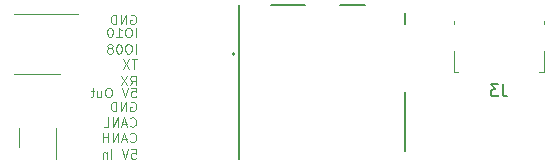
<source format=gbr>
%TF.GenerationSoftware,KiCad,Pcbnew,7.0.8*%
%TF.CreationDate,2023-12-27T11:07:12+01:00*%
%TF.ProjectId,Frost-ESP32,46726f73-742d-4455-9350-33322e6b6963,rev?*%
%TF.SameCoordinates,Original*%
%TF.FileFunction,Legend,Bot*%
%TF.FilePolarity,Positive*%
%FSLAX46Y46*%
G04 Gerber Fmt 4.6, Leading zero omitted, Abs format (unit mm)*
G04 Created by KiCad (PCBNEW 7.0.8) date 2023-12-27 11:07:12*
%MOMM*%
%LPD*%
G01*
G04 APERTURE LIST*
%ADD10C,0.100000*%
%ADD11C,0.150000*%
%ADD12C,0.127000*%
%ADD13C,0.200000*%
%ADD14C,0.120000*%
G04 APERTURE END LIST*
D10*
X107862782Y-109496895D02*
X108243734Y-109496895D01*
X108243734Y-109496895D02*
X108281830Y-109877847D01*
X108281830Y-109877847D02*
X108243734Y-109839752D01*
X108243734Y-109839752D02*
X108167544Y-109801657D01*
X108167544Y-109801657D02*
X107977068Y-109801657D01*
X107977068Y-109801657D02*
X107900877Y-109839752D01*
X107900877Y-109839752D02*
X107862782Y-109877847D01*
X107862782Y-109877847D02*
X107824687Y-109954038D01*
X107824687Y-109954038D02*
X107824687Y-110144514D01*
X107824687Y-110144514D02*
X107862782Y-110220704D01*
X107862782Y-110220704D02*
X107900877Y-110258800D01*
X107900877Y-110258800D02*
X107977068Y-110296895D01*
X107977068Y-110296895D02*
X108167544Y-110296895D01*
X108167544Y-110296895D02*
X108243734Y-110258800D01*
X108243734Y-110258800D02*
X108281830Y-110220704D01*
X107596115Y-109496895D02*
X107329448Y-110296895D01*
X107329448Y-110296895D02*
X107062782Y-109496895D01*
X106186591Y-110296895D02*
X106186591Y-109496895D01*
X105805639Y-109763561D02*
X105805639Y-110296895D01*
X105805639Y-109839752D02*
X105767544Y-109801657D01*
X105767544Y-109801657D02*
X105691354Y-109763561D01*
X105691354Y-109763561D02*
X105577068Y-109763561D01*
X105577068Y-109763561D02*
X105500877Y-109801657D01*
X105500877Y-109801657D02*
X105462782Y-109877847D01*
X105462782Y-109877847D02*
X105462782Y-110296895D01*
X107786591Y-108820704D02*
X107824687Y-108858800D01*
X107824687Y-108858800D02*
X107938972Y-108896895D01*
X107938972Y-108896895D02*
X108015163Y-108896895D01*
X108015163Y-108896895D02*
X108129449Y-108858800D01*
X108129449Y-108858800D02*
X108205639Y-108782609D01*
X108205639Y-108782609D02*
X108243734Y-108706419D01*
X108243734Y-108706419D02*
X108281830Y-108554038D01*
X108281830Y-108554038D02*
X108281830Y-108439752D01*
X108281830Y-108439752D02*
X108243734Y-108287371D01*
X108243734Y-108287371D02*
X108205639Y-108211180D01*
X108205639Y-108211180D02*
X108129449Y-108134990D01*
X108129449Y-108134990D02*
X108015163Y-108096895D01*
X108015163Y-108096895D02*
X107938972Y-108096895D01*
X107938972Y-108096895D02*
X107824687Y-108134990D01*
X107824687Y-108134990D02*
X107786591Y-108173085D01*
X107481830Y-108668323D02*
X107100877Y-108668323D01*
X107558020Y-108896895D02*
X107291353Y-108096895D01*
X107291353Y-108096895D02*
X107024687Y-108896895D01*
X106758020Y-108896895D02*
X106758020Y-108096895D01*
X106758020Y-108096895D02*
X106300877Y-108896895D01*
X106300877Y-108896895D02*
X106300877Y-108096895D01*
X105919925Y-108896895D02*
X105919925Y-108096895D01*
X105919925Y-108477847D02*
X105462782Y-108477847D01*
X105462782Y-108896895D02*
X105462782Y-108096895D01*
X107786591Y-107520704D02*
X107824687Y-107558800D01*
X107824687Y-107558800D02*
X107938972Y-107596895D01*
X107938972Y-107596895D02*
X108015163Y-107596895D01*
X108015163Y-107596895D02*
X108129449Y-107558800D01*
X108129449Y-107558800D02*
X108205639Y-107482609D01*
X108205639Y-107482609D02*
X108243734Y-107406419D01*
X108243734Y-107406419D02*
X108281830Y-107254038D01*
X108281830Y-107254038D02*
X108281830Y-107139752D01*
X108281830Y-107139752D02*
X108243734Y-106987371D01*
X108243734Y-106987371D02*
X108205639Y-106911180D01*
X108205639Y-106911180D02*
X108129449Y-106834990D01*
X108129449Y-106834990D02*
X108015163Y-106796895D01*
X108015163Y-106796895D02*
X107938972Y-106796895D01*
X107938972Y-106796895D02*
X107824687Y-106834990D01*
X107824687Y-106834990D02*
X107786591Y-106873085D01*
X107481830Y-107368323D02*
X107100877Y-107368323D01*
X107558020Y-107596895D02*
X107291353Y-106796895D01*
X107291353Y-106796895D02*
X107024687Y-107596895D01*
X106758020Y-107596895D02*
X106758020Y-106796895D01*
X106758020Y-106796895D02*
X106300877Y-107596895D01*
X106300877Y-107596895D02*
X106300877Y-106796895D01*
X105538973Y-107596895D02*
X105919925Y-107596895D01*
X105919925Y-107596895D02*
X105919925Y-106796895D01*
X107824687Y-105534990D02*
X107900877Y-105496895D01*
X107900877Y-105496895D02*
X108015163Y-105496895D01*
X108015163Y-105496895D02*
X108129449Y-105534990D01*
X108129449Y-105534990D02*
X108205639Y-105611180D01*
X108205639Y-105611180D02*
X108243734Y-105687371D01*
X108243734Y-105687371D02*
X108281830Y-105839752D01*
X108281830Y-105839752D02*
X108281830Y-105954038D01*
X108281830Y-105954038D02*
X108243734Y-106106419D01*
X108243734Y-106106419D02*
X108205639Y-106182609D01*
X108205639Y-106182609D02*
X108129449Y-106258800D01*
X108129449Y-106258800D02*
X108015163Y-106296895D01*
X108015163Y-106296895D02*
X107938972Y-106296895D01*
X107938972Y-106296895D02*
X107824687Y-106258800D01*
X107824687Y-106258800D02*
X107786591Y-106220704D01*
X107786591Y-106220704D02*
X107786591Y-105954038D01*
X107786591Y-105954038D02*
X107938972Y-105954038D01*
X107443734Y-106296895D02*
X107443734Y-105496895D01*
X107443734Y-105496895D02*
X106986591Y-106296895D01*
X106986591Y-106296895D02*
X106986591Y-105496895D01*
X106605639Y-106296895D02*
X106605639Y-105496895D01*
X106605639Y-105496895D02*
X106415163Y-105496895D01*
X106415163Y-105496895D02*
X106300877Y-105534990D01*
X106300877Y-105534990D02*
X106224687Y-105611180D01*
X106224687Y-105611180D02*
X106186592Y-105687371D01*
X106186592Y-105687371D02*
X106148496Y-105839752D01*
X106148496Y-105839752D02*
X106148496Y-105954038D01*
X106148496Y-105954038D02*
X106186592Y-106106419D01*
X106186592Y-106106419D02*
X106224687Y-106182609D01*
X106224687Y-106182609D02*
X106300877Y-106258800D01*
X106300877Y-106258800D02*
X106415163Y-106296895D01*
X106415163Y-106296895D02*
X106605639Y-106296895D01*
X107862782Y-104296895D02*
X108243734Y-104296895D01*
X108243734Y-104296895D02*
X108281830Y-104677847D01*
X108281830Y-104677847D02*
X108243734Y-104639752D01*
X108243734Y-104639752D02*
X108167544Y-104601657D01*
X108167544Y-104601657D02*
X107977068Y-104601657D01*
X107977068Y-104601657D02*
X107900877Y-104639752D01*
X107900877Y-104639752D02*
X107862782Y-104677847D01*
X107862782Y-104677847D02*
X107824687Y-104754038D01*
X107824687Y-104754038D02*
X107824687Y-104944514D01*
X107824687Y-104944514D02*
X107862782Y-105020704D01*
X107862782Y-105020704D02*
X107900877Y-105058800D01*
X107900877Y-105058800D02*
X107977068Y-105096895D01*
X107977068Y-105096895D02*
X108167544Y-105096895D01*
X108167544Y-105096895D02*
X108243734Y-105058800D01*
X108243734Y-105058800D02*
X108281830Y-105020704D01*
X107596115Y-104296895D02*
X107329448Y-105096895D01*
X107329448Y-105096895D02*
X107062782Y-104296895D01*
X106034210Y-104296895D02*
X105881829Y-104296895D01*
X105881829Y-104296895D02*
X105805639Y-104334990D01*
X105805639Y-104334990D02*
X105729448Y-104411180D01*
X105729448Y-104411180D02*
X105691353Y-104563561D01*
X105691353Y-104563561D02*
X105691353Y-104830228D01*
X105691353Y-104830228D02*
X105729448Y-104982609D01*
X105729448Y-104982609D02*
X105805639Y-105058800D01*
X105805639Y-105058800D02*
X105881829Y-105096895D01*
X105881829Y-105096895D02*
X106034210Y-105096895D01*
X106034210Y-105096895D02*
X106110401Y-105058800D01*
X106110401Y-105058800D02*
X106186591Y-104982609D01*
X106186591Y-104982609D02*
X106224687Y-104830228D01*
X106224687Y-104830228D02*
X106224687Y-104563561D01*
X106224687Y-104563561D02*
X106186591Y-104411180D01*
X106186591Y-104411180D02*
X106110401Y-104334990D01*
X106110401Y-104334990D02*
X106034210Y-104296895D01*
X105005639Y-104563561D02*
X105005639Y-105096895D01*
X105348496Y-104563561D02*
X105348496Y-104982609D01*
X105348496Y-104982609D02*
X105310401Y-105058800D01*
X105310401Y-105058800D02*
X105234211Y-105096895D01*
X105234211Y-105096895D02*
X105119925Y-105096895D01*
X105119925Y-105096895D02*
X105043734Y-105058800D01*
X105043734Y-105058800D02*
X105005639Y-105020704D01*
X104738972Y-104563561D02*
X104434210Y-104563561D01*
X104624686Y-104296895D02*
X104624686Y-104982609D01*
X104624686Y-104982609D02*
X104586591Y-105058800D01*
X104586591Y-105058800D02*
X104510401Y-105096895D01*
X104510401Y-105096895D02*
X104434210Y-105096895D01*
X107786591Y-104096895D02*
X108053258Y-103715942D01*
X108243734Y-104096895D02*
X108243734Y-103296895D01*
X108243734Y-103296895D02*
X107938972Y-103296895D01*
X107938972Y-103296895D02*
X107862782Y-103334990D01*
X107862782Y-103334990D02*
X107824687Y-103373085D01*
X107824687Y-103373085D02*
X107786591Y-103449276D01*
X107786591Y-103449276D02*
X107786591Y-103563561D01*
X107786591Y-103563561D02*
X107824687Y-103639752D01*
X107824687Y-103639752D02*
X107862782Y-103677847D01*
X107862782Y-103677847D02*
X107938972Y-103715942D01*
X107938972Y-103715942D02*
X108243734Y-103715942D01*
X107519925Y-103296895D02*
X106986591Y-104096895D01*
X106986591Y-103296895D02*
X107519925Y-104096895D01*
X108358020Y-101896895D02*
X107900877Y-101896895D01*
X108129449Y-102696895D02*
X108129449Y-101896895D01*
X107710401Y-101896895D02*
X107177067Y-102696895D01*
X107177067Y-101896895D02*
X107710401Y-102696895D01*
X108243734Y-101396895D02*
X108243734Y-100596895D01*
X107710401Y-100596895D02*
X107558020Y-100596895D01*
X107558020Y-100596895D02*
X107481830Y-100634990D01*
X107481830Y-100634990D02*
X107405639Y-100711180D01*
X107405639Y-100711180D02*
X107367544Y-100863561D01*
X107367544Y-100863561D02*
X107367544Y-101130228D01*
X107367544Y-101130228D02*
X107405639Y-101282609D01*
X107405639Y-101282609D02*
X107481830Y-101358800D01*
X107481830Y-101358800D02*
X107558020Y-101396895D01*
X107558020Y-101396895D02*
X107710401Y-101396895D01*
X107710401Y-101396895D02*
X107786592Y-101358800D01*
X107786592Y-101358800D02*
X107862782Y-101282609D01*
X107862782Y-101282609D02*
X107900878Y-101130228D01*
X107900878Y-101130228D02*
X107900878Y-100863561D01*
X107900878Y-100863561D02*
X107862782Y-100711180D01*
X107862782Y-100711180D02*
X107786592Y-100634990D01*
X107786592Y-100634990D02*
X107710401Y-100596895D01*
X106872306Y-100596895D02*
X106796116Y-100596895D01*
X106796116Y-100596895D02*
X106719925Y-100634990D01*
X106719925Y-100634990D02*
X106681830Y-100673085D01*
X106681830Y-100673085D02*
X106643735Y-100749276D01*
X106643735Y-100749276D02*
X106605640Y-100901657D01*
X106605640Y-100901657D02*
X106605640Y-101092133D01*
X106605640Y-101092133D02*
X106643735Y-101244514D01*
X106643735Y-101244514D02*
X106681830Y-101320704D01*
X106681830Y-101320704D02*
X106719925Y-101358800D01*
X106719925Y-101358800D02*
X106796116Y-101396895D01*
X106796116Y-101396895D02*
X106872306Y-101396895D01*
X106872306Y-101396895D02*
X106948497Y-101358800D01*
X106948497Y-101358800D02*
X106986592Y-101320704D01*
X106986592Y-101320704D02*
X107024687Y-101244514D01*
X107024687Y-101244514D02*
X107062783Y-101092133D01*
X107062783Y-101092133D02*
X107062783Y-100901657D01*
X107062783Y-100901657D02*
X107024687Y-100749276D01*
X107024687Y-100749276D02*
X106986592Y-100673085D01*
X106986592Y-100673085D02*
X106948497Y-100634990D01*
X106948497Y-100634990D02*
X106872306Y-100596895D01*
X106148497Y-100939752D02*
X106224687Y-100901657D01*
X106224687Y-100901657D02*
X106262782Y-100863561D01*
X106262782Y-100863561D02*
X106300878Y-100787371D01*
X106300878Y-100787371D02*
X106300878Y-100749276D01*
X106300878Y-100749276D02*
X106262782Y-100673085D01*
X106262782Y-100673085D02*
X106224687Y-100634990D01*
X106224687Y-100634990D02*
X106148497Y-100596895D01*
X106148497Y-100596895D02*
X105996116Y-100596895D01*
X105996116Y-100596895D02*
X105919925Y-100634990D01*
X105919925Y-100634990D02*
X105881830Y-100673085D01*
X105881830Y-100673085D02*
X105843735Y-100749276D01*
X105843735Y-100749276D02*
X105843735Y-100787371D01*
X105843735Y-100787371D02*
X105881830Y-100863561D01*
X105881830Y-100863561D02*
X105919925Y-100901657D01*
X105919925Y-100901657D02*
X105996116Y-100939752D01*
X105996116Y-100939752D02*
X106148497Y-100939752D01*
X106148497Y-100939752D02*
X106224687Y-100977847D01*
X106224687Y-100977847D02*
X106262782Y-101015942D01*
X106262782Y-101015942D02*
X106300878Y-101092133D01*
X106300878Y-101092133D02*
X106300878Y-101244514D01*
X106300878Y-101244514D02*
X106262782Y-101320704D01*
X106262782Y-101320704D02*
X106224687Y-101358800D01*
X106224687Y-101358800D02*
X106148497Y-101396895D01*
X106148497Y-101396895D02*
X105996116Y-101396895D01*
X105996116Y-101396895D02*
X105919925Y-101358800D01*
X105919925Y-101358800D02*
X105881830Y-101320704D01*
X105881830Y-101320704D02*
X105843735Y-101244514D01*
X105843735Y-101244514D02*
X105843735Y-101092133D01*
X105843735Y-101092133D02*
X105881830Y-101015942D01*
X105881830Y-101015942D02*
X105919925Y-100977847D01*
X105919925Y-100977847D02*
X105996116Y-100939752D01*
X108243734Y-99996895D02*
X108243734Y-99196895D01*
X107710401Y-99196895D02*
X107558020Y-99196895D01*
X107558020Y-99196895D02*
X107481830Y-99234990D01*
X107481830Y-99234990D02*
X107405639Y-99311180D01*
X107405639Y-99311180D02*
X107367544Y-99463561D01*
X107367544Y-99463561D02*
X107367544Y-99730228D01*
X107367544Y-99730228D02*
X107405639Y-99882609D01*
X107405639Y-99882609D02*
X107481830Y-99958800D01*
X107481830Y-99958800D02*
X107558020Y-99996895D01*
X107558020Y-99996895D02*
X107710401Y-99996895D01*
X107710401Y-99996895D02*
X107786592Y-99958800D01*
X107786592Y-99958800D02*
X107862782Y-99882609D01*
X107862782Y-99882609D02*
X107900878Y-99730228D01*
X107900878Y-99730228D02*
X107900878Y-99463561D01*
X107900878Y-99463561D02*
X107862782Y-99311180D01*
X107862782Y-99311180D02*
X107786592Y-99234990D01*
X107786592Y-99234990D02*
X107710401Y-99196895D01*
X106605640Y-99996895D02*
X107062783Y-99996895D01*
X106834211Y-99996895D02*
X106834211Y-99196895D01*
X106834211Y-99196895D02*
X106910402Y-99311180D01*
X106910402Y-99311180D02*
X106986592Y-99387371D01*
X106986592Y-99387371D02*
X107062783Y-99425466D01*
X106110401Y-99196895D02*
X106034211Y-99196895D01*
X106034211Y-99196895D02*
X105958020Y-99234990D01*
X105958020Y-99234990D02*
X105919925Y-99273085D01*
X105919925Y-99273085D02*
X105881830Y-99349276D01*
X105881830Y-99349276D02*
X105843735Y-99501657D01*
X105843735Y-99501657D02*
X105843735Y-99692133D01*
X105843735Y-99692133D02*
X105881830Y-99844514D01*
X105881830Y-99844514D02*
X105919925Y-99920704D01*
X105919925Y-99920704D02*
X105958020Y-99958800D01*
X105958020Y-99958800D02*
X106034211Y-99996895D01*
X106034211Y-99996895D02*
X106110401Y-99996895D01*
X106110401Y-99996895D02*
X106186592Y-99958800D01*
X106186592Y-99958800D02*
X106224687Y-99920704D01*
X106224687Y-99920704D02*
X106262782Y-99844514D01*
X106262782Y-99844514D02*
X106300878Y-99692133D01*
X106300878Y-99692133D02*
X106300878Y-99501657D01*
X106300878Y-99501657D02*
X106262782Y-99349276D01*
X106262782Y-99349276D02*
X106224687Y-99273085D01*
X106224687Y-99273085D02*
X106186592Y-99234990D01*
X106186592Y-99234990D02*
X106110401Y-99196895D01*
X107824687Y-98134990D02*
X107900877Y-98096895D01*
X107900877Y-98096895D02*
X108015163Y-98096895D01*
X108015163Y-98096895D02*
X108129449Y-98134990D01*
X108129449Y-98134990D02*
X108205639Y-98211180D01*
X108205639Y-98211180D02*
X108243734Y-98287371D01*
X108243734Y-98287371D02*
X108281830Y-98439752D01*
X108281830Y-98439752D02*
X108281830Y-98554038D01*
X108281830Y-98554038D02*
X108243734Y-98706419D01*
X108243734Y-98706419D02*
X108205639Y-98782609D01*
X108205639Y-98782609D02*
X108129449Y-98858800D01*
X108129449Y-98858800D02*
X108015163Y-98896895D01*
X108015163Y-98896895D02*
X107938972Y-98896895D01*
X107938972Y-98896895D02*
X107824687Y-98858800D01*
X107824687Y-98858800D02*
X107786591Y-98820704D01*
X107786591Y-98820704D02*
X107786591Y-98554038D01*
X107786591Y-98554038D02*
X107938972Y-98554038D01*
X107443734Y-98896895D02*
X107443734Y-98096895D01*
X107443734Y-98096895D02*
X106986591Y-98896895D01*
X106986591Y-98896895D02*
X106986591Y-98096895D01*
X106605639Y-98896895D02*
X106605639Y-98096895D01*
X106605639Y-98096895D02*
X106415163Y-98096895D01*
X106415163Y-98096895D02*
X106300877Y-98134990D01*
X106300877Y-98134990D02*
X106224687Y-98211180D01*
X106224687Y-98211180D02*
X106186592Y-98287371D01*
X106186592Y-98287371D02*
X106148496Y-98439752D01*
X106148496Y-98439752D02*
X106148496Y-98554038D01*
X106148496Y-98554038D02*
X106186592Y-98706419D01*
X106186592Y-98706419D02*
X106224687Y-98782609D01*
X106224687Y-98782609D02*
X106300877Y-98858800D01*
X106300877Y-98858800D02*
X106415163Y-98896895D01*
X106415163Y-98896895D02*
X106605639Y-98896895D01*
D11*
X139328333Y-104009819D02*
X139328333Y-104724104D01*
X139328333Y-104724104D02*
X139375952Y-104866961D01*
X139375952Y-104866961D02*
X139471190Y-104962200D01*
X139471190Y-104962200D02*
X139614047Y-105009819D01*
X139614047Y-105009819D02*
X139709285Y-105009819D01*
X138947380Y-104009819D02*
X138328333Y-104009819D01*
X138328333Y-104009819D02*
X138661666Y-104390771D01*
X138661666Y-104390771D02*
X138518809Y-104390771D01*
X138518809Y-104390771D02*
X138423571Y-104438390D01*
X138423571Y-104438390D02*
X138375952Y-104486009D01*
X138375952Y-104486009D02*
X138328333Y-104581247D01*
X138328333Y-104581247D02*
X138328333Y-104819342D01*
X138328333Y-104819342D02*
X138375952Y-104914580D01*
X138375952Y-104914580D02*
X138423571Y-104962200D01*
X138423571Y-104962200D02*
X138518809Y-105009819D01*
X138518809Y-105009819D02*
X138804523Y-105009819D01*
X138804523Y-105009819D02*
X138899761Y-104962200D01*
X138899761Y-104962200D02*
X138947380Y-104914580D01*
D12*
%TO.C,J1*%
X125575000Y-97250000D02*
X127675000Y-97250000D01*
X119675000Y-97250000D02*
X122575000Y-97250000D01*
X116975000Y-97250000D02*
X116975000Y-110350000D01*
X131025000Y-97924000D02*
X131025000Y-98926000D01*
X131025000Y-104674000D02*
X131025000Y-109676000D01*
D13*
X116625000Y-101420000D02*
G75*
G03*
X116625000Y-101420000I-100000J0D01*
G01*
D14*
%TO.C,U2*%
X98390000Y-108500000D02*
X98390000Y-109300000D01*
X98390000Y-108500000D02*
X98390000Y-107700000D01*
X101510000Y-108500000D02*
X101510000Y-110300000D01*
X101510000Y-108500000D02*
X101510000Y-107700000D01*
%TO.C,J3*%
X135185000Y-98655000D02*
X135185000Y-98915000D01*
X135185000Y-101195000D02*
X135185000Y-102965000D01*
X135185000Y-102965000D02*
X135565000Y-102965000D01*
X142805000Y-98915000D02*
X142805000Y-98655000D01*
X142805000Y-102965000D02*
X142425000Y-102965000D01*
X142805000Y-102965000D02*
X142805000Y-101195000D01*
%TO.C,U3*%
X99900000Y-103160000D02*
X101850000Y-103160000D01*
X99900000Y-103160000D02*
X97950000Y-103160000D01*
X99900000Y-98040000D02*
X103350000Y-98040000D01*
X99900000Y-98040000D02*
X97950000Y-98040000D01*
%TD*%
M02*

</source>
